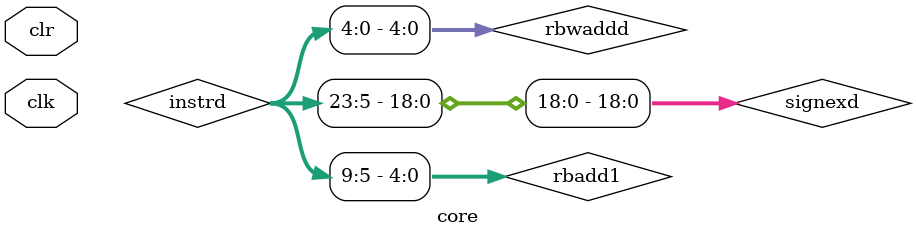
<source format=v>
module core (clr, clk);
	input clr;
	input clk;
	reg [31:0] instrf, instrd, instrx;
	reg [31:0] pcf, pcd, pcx;
	wire [31:0] npc;
	reg pcsrc;
	wire [31:0] npcbx;
	reg [31:0] npcbm;
	reg reg2loc; 
	reg alusrcd, alusrcx; 
	reg memtoregd, memtoregx, memtoregm, memtoregw;
	reg regwrited, regwritex, regwritem, regwritew;
	reg memreadd, memreadx, memreadm;
	reg memwrited, memwritex, memwritem; 
	reg branchd, branchx, branchm;
	reg aluop0d, aluop0x, aluop1d, aluop1x; 
	reg [4:0] rbadd1, rbadd2, rbwaddd, rbwaddx, rbwaddm, rbwaddw; 
	reg[31:0] signexd, signexx;
	wire [31:0] regout1d, regout2d; 
	reg [31:0] regout1x, regout2x, regout2m;
	reg [3:0] aluc;
	reg [31:0]aluin2;
	reg [31:0] rbwdata, aluresx, aluresm, aluresw; 
	wire zerofx;
	reg zerofm;
	wire [31:0] dmemoutm;
	reg [31:0] dmemoutw;
	//************************
	// CLOCK
	//************************
	always @ (negedge clr or posedge clk)
	begin
	  if (!clr)
	  begin
	    pcf = 32'b00000000000000000000000000000000;
	    pcsrc = 0;
	  end
	  else if (clk)
	  begin
			npcbm <= npcbx;
			pcf <= npc;
			pcd <= pcf;
			pcx <= pcd;
			regout2m <= regout2x;
			signexx <= signexd;
			branchx <= branchd;
			branchm <= branchx;
			aluop1x <= aluop1d;
			aluop0x <= aluop0d;
			aluresm <= aluresx;
			aluresw <= aluresm;
			memreadx <= memreadd;
			memreadm <= memreadx;
			memwritex <= memwrited;
			memwritem <= memwritex;
			regwritex <= regwrited;
			regwritem <= regwritex;
			regwritew <= regwritem;
			memtoregx <= memtoregd;
			memtoregm <= memtoregx;
			memtoregw <= memtoregm;
			dmemoutw <= dmemoutm;
			instrd <= instrf;
			instrx <= instrd;
			alusrcx <= alusrcd;
			rbwaddx <= rbwaddd;
			rbwaddm <= rbwaddx;
			rbwaddw <= rbwaddm;
			zerofm <= zerofx;	
	// CLOCK --- FORWARDING
			if (regwritex && rbwaddx != 31 && rbwaddx == rbadd1)
	    begin
	       regout1x <= aluresx;
	    end
	    else if (regwritem && rbwaddm != 31 && !(regwritex && rbwaddx != 31 && rbwaddx != rbadd1) && rbwaddm == rbadd1)
	    begin
	       if (!memtoregm)
	         regout1x <= aluresm;
	       else
	         regout1x <= dmemoutm;
	    end
	    else
	    begin
			   regout1x <= regout1d;
			end
			
			if (regwritex && rbwaddx != 31 && rbwaddx == rbadd2)
	    begin
	       regout2x <= aluresx;
	    end
	    else if (regwritem && rbwaddm != 31 && !(regwritex && rbwaddx != 31 && rbwaddx != rbadd2) && rbwaddm == rbadd2)
	    begin
	       if (!memtoregm)
	         regout2x <= aluresm;
	       else
	         regout2x <= dmemoutm;
	    end
	    else
	    begin
			   regout2x <= regout2d;
			end
		end
	end
	//*******************************************************
	// FETCH
	//*******************************************************
	assign npcbx = signexx + pcx;
	assign npc = (pcsrc == 0) ? pcf + 1 : npcbm;
	always @(branchm or zerofm)
	begin
	  pcsrc = branchm & zerofm;
	end
	wire [31:0] instr2;
	imem im (pcf, instr2);
	always @(instr2)
	   instrf = instr2;
	//*******************************************************
	// DECODE
	//*******************************************************
	always @(instrd)
	begin
	  if (instrd[28:25] == 4'b0101 && instrd[23:21] == 3'b000 && instrd[31] == 1'b1)
    begin
	    reg2loc = 0;
	    alusrcd = 0;
	    memtoregd = 0;
	    regwrited = 1;
	    memreadd = 0;
	    memwrited = 0;
	    branchd = 0;
	    aluop1d = 1;
	    aluop0d = 0;
	  end  
	  if (instrd[31:21] == 11'b11111000010)
	  begin
	    alusrcd = 1;
	    memtoregd = 1;
	    regwrited = 1;
	    memreadd = 1;
	    memwrited = 0;
	    branchd = 0;
	    aluop1d = 0;
	    aluop0d = 0;
	  end   
	  if (instrd[31:21] == 11'b11111000000)
	  begin
	    reg2loc = 1;
	    alusrcd = 1;
	    regwrited = 0;
      memreadd = 0;
	    memwrited = 1;
	    branchd = 0;
	    aluop1d = 0;
	    aluop0d = 0;
	  end    
	  if (instrd[31:24] == 8'b10110100)
	  begin
	    reg2loc = 1;
	    alusrcd = 0;
	    regwrited = 0;
	    memreadd = 0;
	    memwrited = 0;
	    branchd = 1;
	    aluop1d = 0;
	    aluop0d = 1;
	  end
	end
  always @ (aluop0x or aluop1x or instrx)
  begin
    if (aluop1x == 0 && aluop0x == 0)
      aluc = 4'b0010;
    if (aluop0x == 1)
      aluc = 4'b0111;
    if (aluop1x == 1 && instrx[31:21] == 11'b10001011000)
      aluc = 4'b0010;
    if (aluop1x == 1 && instrx[31:21] == 11'b11001011000)
      aluc = 4'b0110;
    if (aluop1x == 1 && instrx[31:21] == 11'b10001010000)
      aluc = 4'b0000;
    if (aluop1x == 1 && instrx[31:21] == 11'b10101010000)
      aluc = 4'b0001;
  end
  // DECODE --- REGISTER READ
	always @(instrd or reg2loc)
	begin
	  rbadd1 = instrd[9:5];
	  if (!reg2loc)
	     rbadd2 = instrd[20:16];
	  else
	     rbadd2 = instrd[4:0];
	  rbwaddd = instrd[4:0];
	end
	reg_bank rb (clk, clr, rbadd1, rbadd2, rbwaddw, rbwdata, regout1d, regout2d, regwritew);
	// DECODE --- SIGN EXTEND
	always @(instrd)
	begin
	  signexd[18:0] = instrd[23:5];
	  if (signexd[25] == 0)
	    signexd[31:19] = 13'b0000000000000;
	  else
	    signexd[31:19] = 6'b11111111111111;
	end
	//*******************************************************
	// EXECUTE
	//*******************************************************	
	// EXECUTE --- ALU
	always @(alusrcx or regout2x or signexx)
	begin
    if (!alusrcx)
      aluin2 = regout2x;
    else
      aluin2 = signexx;
	end
	always @(regout1x, aluin2, aluc)
	begin
	  if (aluc == 4'b0000)
	    aluresx = regout1x & aluin2;
	  if (aluc == 4'b0001)
	    aluresx = regout1x | aluin2;
	  if (aluc == 4'b0010)
	    aluresx = regout1x + aluin2;
	  if (aluc == 4'b0110)
	    aluresx = regout1x - aluin2;
	  if (aluc == 4'b0111)
	    aluresx = aluin2;
	  if (aluc == 4'b1100)
	    aluresx = !(regout1x | aluin2);
	end
	assign zerofx = (aluresx == 0) ? 1 : 0;
	//*******************************************************
	// MEMORY
	//*******************************************************
	dmem dm0(clk, aluresm, regout2m[7:0], dmemoutm[7:0], memwritem, memreadm);
	dmem dm1(clk, aluresm, regout2m[15:8], dmemoutm[15:8], memwritem, memreadm);
	dmem dm2(clk, aluresm, regout2m[23:16], dmemoutm[23:16], memwritem, memreadm);
	dmem dm3(clk, aluresm, regout2m[31:24], dmemoutm[31:24], memwritem, memreadm);
	//************************
	// WRITE BACK
	//************************
	always @(dmemoutw or aluresw or memtoregw)
	begin
	  if (!memtoregw)
	    rbwdata = aluresw;
	  else
	    rbwdata = dmemoutw;
	end
endmodule
</source>
